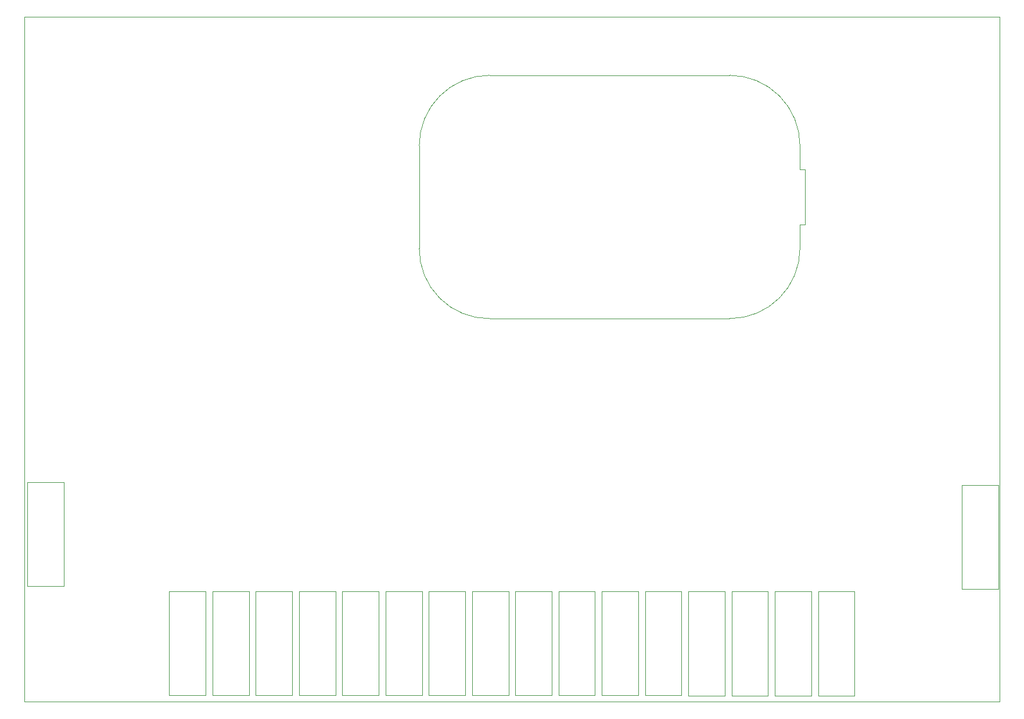
<source format=gbr>
G04 #@! TF.GenerationSoftware,KiCad,Pcbnew,(6.0.5)*
G04 #@! TF.CreationDate,2022-06-04T15:54:22-04:00*
G04 #@! TF.ProjectId,PB_16,50425f31-362e-46b6-9963-61645f706362,v2.1*
G04 #@! TF.SameCoordinates,Original*
G04 #@! TF.FileFunction,Other,ECO1*
%FSLAX46Y46*%
G04 Gerber Fmt 4.6, Leading zero omitted, Abs format (unit mm)*
G04 Created by KiCad (PCBNEW (6.0.5)) date 2022-06-04 15:54:22*
%MOMM*%
%LPD*%
G01*
G04 APERTURE LIST*
G04 #@! TA.AperFunction,Profile*
%ADD10C,0.050000*%
G04 #@! TD*
%ADD11C,0.050000*%
G04 APERTURE END LIST*
D10*
X214228800Y-152889360D02*
X214228800Y-52996240D01*
X72128800Y-52996240D02*
X72128800Y-152889360D01*
X214228800Y-52996240D02*
X72128800Y-52996240D01*
X214228800Y-152889360D02*
X72128800Y-152889360D01*
D11*
X77828800Y-120852600D02*
X77828800Y-136052600D01*
X72528800Y-120852600D02*
X77828800Y-120852600D01*
X72528800Y-136052600D02*
X72528800Y-120852600D01*
X77828800Y-136052600D02*
X72528800Y-136052600D01*
X98528800Y-136752600D02*
X98528800Y-151952600D01*
X93228800Y-151952600D02*
X93228800Y-136752600D01*
X93228800Y-136752600D02*
X98528800Y-136752600D01*
X98528800Y-151952600D02*
X93228800Y-151952600D01*
X131068796Y-151948600D02*
X131068796Y-136748600D01*
X136368796Y-136748600D02*
X136368796Y-151948600D01*
X131068796Y-136748600D02*
X136368796Y-136748600D01*
X136368796Y-151948600D02*
X131068796Y-151948600D01*
X104835466Y-136752600D02*
X104835466Y-151952600D01*
X99535466Y-136752600D02*
X104835466Y-136752600D01*
X104835466Y-151952600D02*
X99535466Y-151952600D01*
X99535466Y-151952600D02*
X99535466Y-136752600D01*
X130062130Y-136748600D02*
X130062130Y-151948600D01*
X130062130Y-151948600D02*
X124762130Y-151948600D01*
X124762130Y-151948600D02*
X124762130Y-136748600D01*
X124762130Y-136748600D02*
X130062130Y-136748600D01*
X137375462Y-151948600D02*
X137375462Y-136748600D01*
X142675462Y-136748600D02*
X142675462Y-151948600D01*
X142675462Y-151948600D02*
X137375462Y-151948600D01*
X137375462Y-136748600D02*
X142675462Y-136748600D01*
X143682128Y-151948600D02*
X143682128Y-136748600D01*
X143682128Y-136748600D02*
X148982128Y-136748600D01*
X148982128Y-151948600D02*
X143682128Y-151948600D01*
X148982128Y-136748600D02*
X148982128Y-151948600D01*
X155288794Y-151948600D02*
X149988794Y-151948600D01*
X149988794Y-151948600D02*
X149988794Y-136748600D01*
X155288794Y-136748600D02*
X155288794Y-151948600D01*
X149988794Y-136748600D02*
X155288794Y-136748600D01*
X118455464Y-151948600D02*
X118455464Y-136748600D01*
X123755464Y-151948600D02*
X118455464Y-151948600D01*
X118455464Y-136748600D02*
X123755464Y-136748600D01*
X123755464Y-136748600D02*
X123755464Y-151948600D01*
X111142132Y-136753600D02*
X111142132Y-151953600D01*
X105842132Y-136753600D02*
X111142132Y-136753600D01*
X105842132Y-151953600D02*
X105842132Y-136753600D01*
X111142132Y-151953600D02*
X105842132Y-151953600D01*
X156295460Y-151948600D02*
X156295460Y-136748600D01*
X161595460Y-136748600D02*
X161595460Y-151948600D01*
X156295460Y-136748600D02*
X161595460Y-136748600D01*
X161595460Y-151948600D02*
X156295460Y-151948600D01*
X117448798Y-136753600D02*
X117448798Y-151953600D01*
X112148798Y-151953600D02*
X112148798Y-136753600D01*
X112148798Y-136753600D02*
X117448798Y-136753600D01*
X117448798Y-151953600D02*
X112148798Y-151953600D01*
X167902126Y-151944800D02*
X162602126Y-151944800D01*
X167902126Y-136744800D02*
X167902126Y-151944800D01*
X162602126Y-136744800D02*
X167902126Y-136744800D01*
X162602126Y-151944800D02*
X162602126Y-136744800D01*
X214076000Y-121252600D02*
X214076000Y-136452600D01*
X208776000Y-136452600D02*
X208776000Y-121252600D01*
X208776000Y-121252600D02*
X214076000Y-121252600D01*
X214076000Y-136452600D02*
X208776000Y-136452600D01*
X185860360Y-75244600D02*
X185860360Y-83244600D01*
X185160360Y-83244600D02*
X185160360Y-86744600D01*
X185160360Y-75244600D02*
X185860360Y-75244600D01*
X139910360Y-61494600D02*
X174910360Y-61494600D01*
X185860360Y-83244600D02*
X185160360Y-83244600D01*
X174910360Y-96994600D02*
X139910360Y-96994600D01*
X185160360Y-71744600D02*
X185160360Y-75244600D01*
X129660360Y-86744600D02*
X129660360Y-71744600D01*
X185160360Y-71744600D02*
G75*
G03*
X174910360Y-61494600I-10249998J2D01*
G01*
X174910360Y-96994600D02*
G75*
G03*
X185160360Y-86744600I0J10250000D01*
G01*
X129660359Y-86744600D02*
G75*
G03*
X139901657Y-96994631I10174601J-75370D01*
G01*
X139910360Y-61494600D02*
G75*
G03*
X129660360Y-71744600I-2J-10249998D01*
G01*
X168908792Y-136813600D02*
X174208792Y-136813600D01*
X174208792Y-152013600D02*
X168908792Y-152013600D01*
X168908792Y-152013600D02*
X168908792Y-136813600D01*
X174208792Y-136813600D02*
X174208792Y-152013600D01*
X180515458Y-136813600D02*
X180515458Y-152013600D01*
X180515458Y-152013600D02*
X175215458Y-152013600D01*
X175215458Y-136813600D02*
X180515458Y-136813600D01*
X175215458Y-152013600D02*
X175215458Y-136813600D01*
X186822124Y-136813600D02*
X186822124Y-152013600D01*
X181522124Y-152013600D02*
X181522124Y-136813600D01*
X186822124Y-152013600D02*
X181522124Y-152013600D01*
X181522124Y-136813600D02*
X186822124Y-136813600D01*
X187828800Y-136813600D02*
X193128800Y-136813600D01*
X193128800Y-152013600D02*
X187828800Y-152013600D01*
X193128800Y-136813600D02*
X193128800Y-152013600D01*
X187828800Y-152013600D02*
X187828800Y-136813600D01*
M02*

</source>
